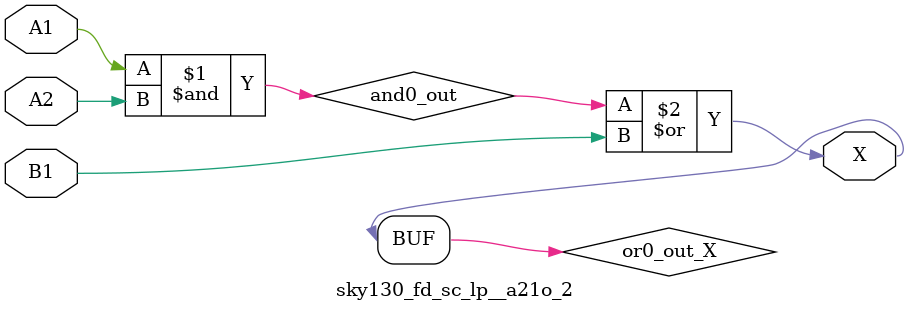
<source format=v>
/*
 * Copyright 2020 The SkyWater PDK Authors
 *
 * Licensed under the Apache License, Version 2.0 (the "License");
 * you may not use this file except in compliance with the License.
 * You may obtain a copy of the License at
 *
 *     https://www.apache.org/licenses/LICENSE-2.0
 *
 * Unless required by applicable law or agreed to in writing, software
 * distributed under the License is distributed on an "AS IS" BASIS,
 * WITHOUT WARRANTIES OR CONDITIONS OF ANY KIND, either express or implied.
 * See the License for the specific language governing permissions and
 * limitations under the License.
 *
 * SPDX-License-Identifier: Apache-2.0
*/


`ifndef SKY130_FD_SC_LP__A21O_2_FUNCTIONAL_V
`define SKY130_FD_SC_LP__A21O_2_FUNCTIONAL_V

/**
 * a21o: 2-input AND into first input of 2-input OR.
 *
 *       X = ((A1 & A2) | B1)
 *
 * Verilog simulation functional model.
 */

`timescale 1ns / 1ps
`default_nettype none

`celldefine
module sky130_fd_sc_lp__a21o_2 (
    X ,
    A1,
    A2,
    B1
);

    // Module ports
    output X ;
    input  A1;
    input  A2;
    input  B1;

    // Local signals
    wire and0_out ;
    wire or0_out_X;

    //  Name  Output     Other arguments
    and and0 (and0_out , A1, A2         );
    or  or0  (or0_out_X, and0_out, B1   );
    buf buf0 (X        , or0_out_X      );

endmodule
`endcelldefine

`default_nettype wire
`endif  // SKY130_FD_SC_LP__A21O_2_FUNCTIONAL_V

</source>
